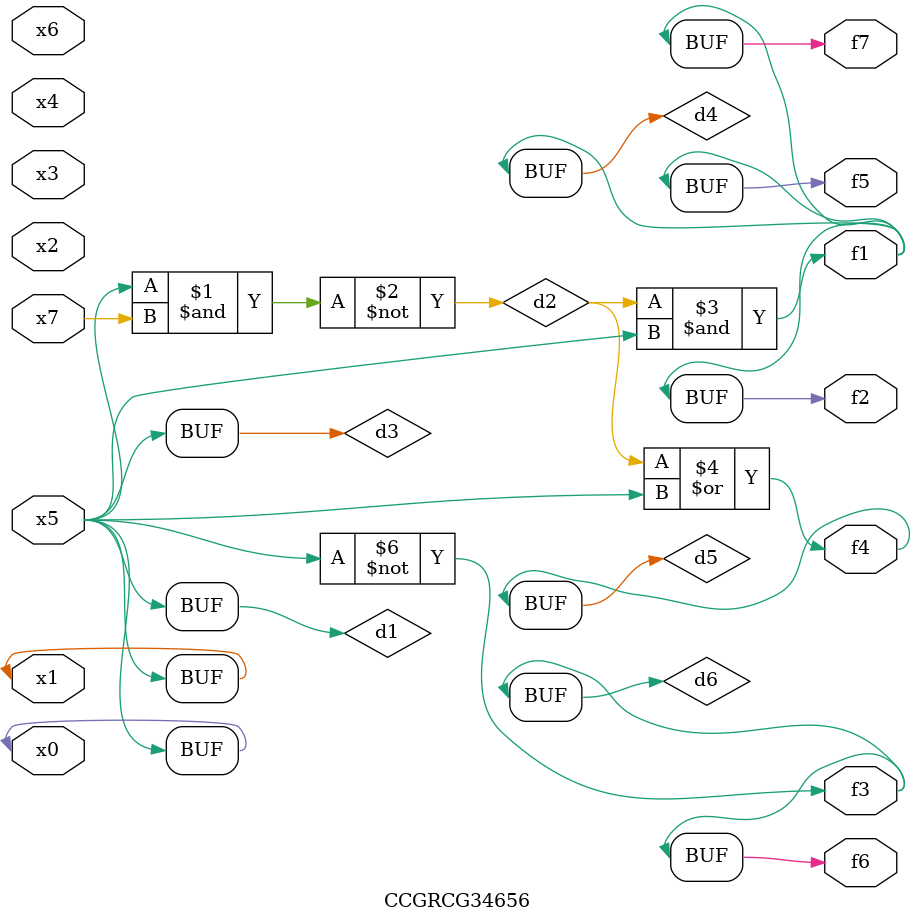
<source format=v>
module CCGRCG34656(
	input x0, x1, x2, x3, x4, x5, x6, x7,
	output f1, f2, f3, f4, f5, f6, f7
);

	wire d1, d2, d3, d4, d5, d6;

	buf (d1, x0, x5);
	nand (d2, x5, x7);
	buf (d3, x0, x1);
	and (d4, d2, d3);
	or (d5, d2, d3);
	nor (d6, d1, d3);
	assign f1 = d4;
	assign f2 = d4;
	assign f3 = d6;
	assign f4 = d5;
	assign f5 = d4;
	assign f6 = d6;
	assign f7 = d4;
endmodule

</source>
